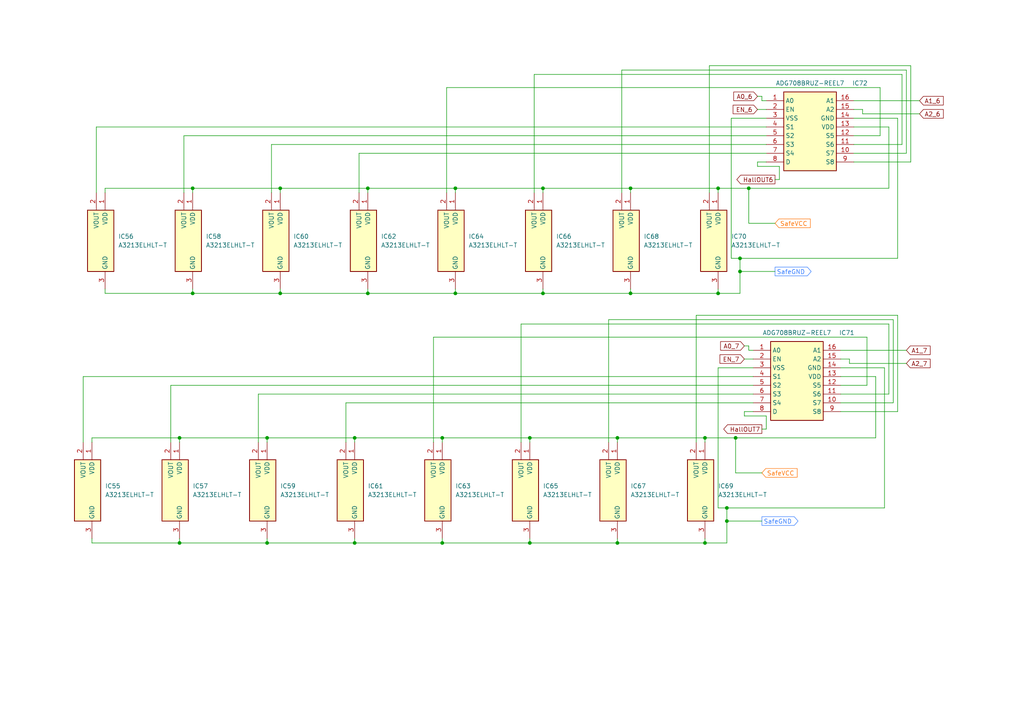
<source format=kicad_sch>
(kicad_sch (version 20250114) (generator "eeschema") (generator_version "9.0")
  (paper "A4")
  (title_block (title "ElectroChessboard") (company "Wojciech B") (comment 1 "Electronic chessboard") (comment 2 "Elektroniczna szachownica"))
  (lib_symbols
    (symbol "SamacSys_Parts:A3213ELHLT-T"
      (property "Reference" "IC" (at 24.13 7.62 0))
      (property "Value" "A3213ELHLT-T" (at 24.13 5.08 0))
      (symbol "A3213ELHLT-T_1_1"
        (rectangle (start 5.08 2.54) (end 22.86 -5.08) (stroke (width 0.254)) (fill (type background)))
        (pin passive line (at 0 0 0) (length 5.08) (name "VDD") (number "1"))
        (pin passive line (at 0 -2.54 0) (length 5.08) (name "VOUT") (number "2"))
        (pin passive line (at 27.94 0 180) (length 5.08) (name "GND") (number "3"))
      )
    )
    (symbol "SamacSys_Parts:ADG708BRUZ-REEL7"
      (property "Reference" "IC" (at 21.59 7.62 0))
      (property "Value" "ADG708BRUZ-REEL7" (at 21.59 5.08 0))
      (symbol "ADG708BRUZ-REEL7_1_1"
        (rectangle (start 5.08 2.54) (end 20.32 -20.32) (stroke (width 0.254)) (fill (type background)))
        (pin passive line (at 0 0 0) (length 5.08) (name "A0") (number "1"))
        (pin passive line (at 0 -2.54 0) (length 5.08) (name "EN") (number "2"))
        (pin passive line (at 0 -5.08 0) (length 5.08) (name "VSS") (number "3"))
        (pin passive line (at 0 -7.62 0) (length 5.08) (name "S1") (number "4"))
        (pin passive line (at 0 -10.16 0) (length 5.08) (name "S2") (number "5"))
        (pin passive line (at 0 -12.7 0) (length 5.08) (name "S3") (number "6"))
        (pin passive line (at 0 -15.24 0) (length 5.08) (name "S4") (number "7"))
        (pin passive line (at 0 -17.78 0) (length 5.08) (name "D") (number "8"))
        (pin passive line (at 25.4 0 180) (length 5.08) (name "A1") (number "16"))
        (pin passive line (at 25.4 -2.54 180) (length 5.08) (name "A2") (number "15"))
        (pin passive line (at 25.4 -5.08 180) (length 5.08) (name "GND") (number "14"))
        (pin passive line (at 25.4 -7.62 180) (length 5.08) (name "VDD") (number "13"))
        (pin passive line (at 25.4 -10.16 180) (length 5.08) (name "S5") (number "12"))
        (pin passive line (at 25.4 -12.7 180) (length 5.08) (name "S6") (number "11"))
        (pin passive line (at 25.4 -15.24 180) (length 5.08) (name "S7") (number "10"))
        (pin passive line (at 25.4 -17.78 180) (length 5.08) (name "S8") (number "9"))
      )
    )
  )
  (junction (at 210.82 147.32))
  (junction (at 102.87 157.48))
  (junction (at 77.47 157.48))
  (junction (at 132.08 85.09))
  (junction (at 157.48 85.09))
  (junction (at 102.87 127))
  (junction (at 128.27 127))
  (junction (at 179.07 157.48))
  (junction (at 55.88 85.09))
  (junction (at 128.27 157.48))
  (junction (at 182.88 85.09))
  (junction (at 77.47 127))
  (junction (at 81.28 85.09))
  (junction (at 214.63 78.74))
  (junction (at 55.88 54.61))
  (junction (at 182.88 54.61))
  (junction (at 132.08 54.61))
  (junction (at 106.68 85.09))
  (junction (at 214.63 74.93))
  (junction (at 210.82 151.13))
  (junction (at 179.07 127))
  (junction (at 153.67 157.48))
  (junction (at 204.47 157.48))
  (junction (at 52.07 127))
  (junction (at 208.28 54.61))
  (junction (at 217.17 54.61))
  (junction (at 81.28 54.61))
  (junction (at 208.28 85.09))
  (junction (at 204.47 127))
  (junction (at 106.68 54.61))
  (junction (at 213.36 127))
  (junction (at 157.48 54.61))
  (junction (at 52.07 157.48))
  (junction (at 153.67 127))
  (wire (pts (xy 106.68 85.09) (xy 81.28 85.09)))
  (wire (pts (xy 176.53 92.71) (xy 176.53 128.27)))
  (wire (pts (xy 49.53 111.76) (xy 49.53 128.27)))
  (wire (pts (xy 247.65 31.75) (xy 250.19 31.75)))
  (wire (pts (xy 81.28 54.61) (xy 81.28 55.88)))
  (wire (pts (xy 217.17 64.77) (xy 217.17 54.61)))
  (wire (pts (xy 205.74 55.88) (xy 205.74 19.05)))
  (wire (pts (xy 208.28 54.61) (xy 182.88 54.61)))
  (wire (pts (xy 222.25 120.65) (xy 215.9 120.65)))
  (wire (pts (xy 55.88 54.61) (xy 30.48 54.61)))
  (wire (pts (xy 157.48 54.61) (xy 157.48 55.88)))
  (wire (pts (xy 222.25 44.45) (xy 104.14 44.45)))
  (wire (pts (xy 247.65 36.83) (xy 257.81 36.83)))
  (wire (pts (xy 243.84 101.6) (xy 262.89 101.6)))
  (wire (pts (xy 212.09 74.93) (xy 214.63 74.93)))
  (wire (pts (xy 81.28 83.82) (xy 81.28 85.09)))
  (wire (pts (xy 24.13 109.22) (xy 24.13 128.27)))
  (wire (pts (xy 154.94 21.59) (xy 154.94 55.88)))
  (wire (pts (xy 77.47 127) (xy 52.07 127)))
  (wire (pts (xy 77.47 156.21) (xy 77.47 157.48)))
  (wire (pts (xy 132.08 54.61) (xy 106.68 54.61)))
  (wire (pts (xy 74.93 114.3) (xy 74.93 128.27)))
  (wire (pts (xy 215.9 104.14) (xy 218.44 104.14)))
  (wire (pts (xy 53.34 39.37) (xy 53.34 55.88)))
  (wire (pts (xy 247.65 44.45) (xy 262.89 44.45)))
  (wire (pts (xy 219.71 48.26) (xy 219.71 46.99)))
  (wire (pts (xy 102.87 127) (xy 77.47 127)))
  (wire (pts (xy 243.84 111.76) (xy 251.46 111.76)))
  (wire (pts (xy 259.08 116.84) (xy 259.08 92.71)))
  (wire (pts (xy 218.44 111.76) (xy 49.53 111.76)))
  (wire (pts (xy 247.65 39.37) (xy 255.27 39.37)))
  (wire (pts (xy 219.71 31.75) (xy 222.25 31.75)))
  (wire (pts (xy 213.36 137.16) (xy 220.98 137.16)))
  (wire (pts (xy 129.54 25.4) (xy 129.54 55.88)))
  (wire (pts (xy 77.47 157.48) (xy 52.07 157.48)))
  (wire (pts (xy 220.98 29.21) (xy 222.25 29.21)))
  (wire (pts (xy 264.16 46.99) (xy 247.65 46.99)))
  (wire (pts (xy 201.93 128.27) (xy 201.93 91.44)))
  (wire (pts (xy 179.07 156.21) (xy 179.07 157.48)))
  (wire (pts (xy 218.44 114.3) (xy 74.93 114.3)))
  (wire (pts (xy 255.27 39.37) (xy 255.27 25.4)))
  (wire (pts (xy 153.67 127) (xy 128.27 127)))
  (wire (pts (xy 132.08 54.61) (xy 132.08 55.88)))
  (wire (pts (xy 257.81 93.98) (xy 151.13 93.98)))
  (wire (pts (xy 81.28 54.61) (xy 55.88 54.61)))
  (wire (pts (xy 102.87 156.21) (xy 102.87 157.48)))
  (wire (pts (xy 182.88 83.82) (xy 182.88 85.09)))
  (wire (pts (xy 255.27 25.4) (xy 129.54 25.4)))
  (wire (pts (xy 261.62 21.59) (xy 154.94 21.59)))
  (wire (pts (xy 179.07 157.48) (xy 153.67 157.48)))
  (wire (pts (xy 201.93 91.44) (xy 260.35 91.44)))
  (wire (pts (xy 261.62 41.91) (xy 261.62 21.59)))
  (wire (pts (xy 262.89 44.45) (xy 262.89 20.32)))
  (wire (pts (xy 217.17 54.61) (xy 208.28 54.61)))
  (wire (pts (xy 102.87 157.48) (xy 77.47 157.48)))
  (wire (pts (xy 254 109.22) (xy 254 127)))
  (wire (pts (xy 222.25 124.46) (xy 222.25 120.65)))
  (wire (pts (xy 30.48 85.09) (xy 30.48 83.82)))
  (wire (pts (xy 52.07 156.21) (xy 52.07 157.48)))
  (wire (pts (xy 246.38 105.41) (xy 262.89 105.41)))
  (wire (pts (xy 220.98 151.13) (xy 210.82 151.13)))
  (wire (pts (xy 260.35 34.29) (xy 247.65 34.29)))
  (wire (pts (xy 106.68 83.82) (xy 106.68 85.09)))
  (wire (pts (xy 246.38 104.14) (xy 246.38 105.41)))
  (wire (pts (xy 226.06 52.07) (xy 226.06 48.26)))
  (wire (pts (xy 27.94 36.83) (xy 27.94 55.88)))
  (wire (pts (xy 218.44 106.68) (xy 208.28 106.68)))
  (wire (pts (xy 77.47 127) (xy 77.47 128.27)))
  (wire (pts (xy 243.84 114.3) (xy 257.81 114.3)))
  (wire (pts (xy 157.48 54.61) (xy 132.08 54.61)))
  (wire (pts (xy 214.63 85.09) (xy 208.28 85.09)))
  (wire (pts (xy 215.9 119.38) (xy 218.44 119.38)))
  (wire (pts (xy 215.9 100.33) (xy 217.17 100.33)))
  (wire (pts (xy 128.27 156.21) (xy 128.27 157.48)))
  (wire (pts (xy 153.67 157.48) (xy 128.27 157.48)))
  (wire (pts (xy 251.46 111.76) (xy 251.46 97.79)))
  (wire (pts (xy 208.28 147.32) (xy 210.82 147.32)))
  (wire (pts (xy 132.08 85.09) (xy 106.68 85.09)))
  (wire (pts (xy 217.17 100.33) (xy 217.17 101.6)))
  (wire (pts (xy 243.84 109.22) (xy 254 109.22)))
  (wire (pts (xy 250.19 31.75) (xy 250.19 33.02)))
  (wire (pts (xy 179.07 127) (xy 179.07 128.27)))
  (wire (pts (xy 224.79 52.07) (xy 226.06 52.07)))
  (wire (pts (xy 208.28 106.68) (xy 208.28 147.32)))
  (wire (pts (xy 100.33 116.84) (xy 100.33 128.27)))
  (wire (pts (xy 210.82 151.13) (xy 210.82 157.48)))
  (wire (pts (xy 26.67 157.48) (xy 26.67 156.21)))
  (wire (pts (xy 214.63 78.74) (xy 214.63 85.09)))
  (wire (pts (xy 204.47 156.21) (xy 204.47 157.48)))
  (wire (pts (xy 52.07 157.48) (xy 26.67 157.48)))
  (wire (pts (xy 222.25 34.29) (xy 212.09 34.29)))
  (wire (pts (xy 182.88 85.09) (xy 157.48 85.09)))
  (wire (pts (xy 78.74 41.91) (xy 78.74 55.88)))
  (wire (pts (xy 220.98 124.46) (xy 222.25 124.46)))
  (wire (pts (xy 26.67 127) (xy 26.67 128.27)))
  (wire (pts (xy 208.28 85.09) (xy 182.88 85.09)))
  (wire (pts (xy 52.07 127) (xy 52.07 128.27)))
  (wire (pts (xy 212.09 34.29) (xy 212.09 74.93)))
  (wire (pts (xy 179.07 127) (xy 153.67 127)))
  (wire (pts (xy 213.36 127) (xy 204.47 127)))
  (wire (pts (xy 218.44 116.84) (xy 100.33 116.84)))
  (wire (pts (xy 157.48 83.82) (xy 157.48 85.09)))
  (wire (pts (xy 55.88 54.61) (xy 55.88 55.88)))
  (wire (pts (xy 128.27 127) (xy 128.27 128.27)))
  (wire (pts (xy 104.14 44.45) (xy 104.14 55.88)))
  (wire (pts (xy 219.71 27.94) (xy 220.98 27.94)))
  (wire (pts (xy 210.82 157.48) (xy 204.47 157.48)))
  (wire (pts (xy 220.98 27.94) (xy 220.98 29.21)))
  (wire (pts (xy 243.84 104.14) (xy 246.38 104.14)))
  (wire (pts (xy 204.47 127) (xy 204.47 128.27)))
  (wire (pts (xy 257.81 54.61) (xy 217.17 54.61)))
  (wire (pts (xy 55.88 83.82) (xy 55.88 85.09)))
  (wire (pts (xy 264.16 19.05) (xy 264.16 46.99)))
  (wire (pts (xy 219.71 46.99) (xy 222.25 46.99)))
  (wire (pts (xy 250.19 33.02) (xy 266.7 33.02)))
  (wire (pts (xy 260.35 119.38) (xy 243.84 119.38)))
  (wire (pts (xy 30.48 54.61) (xy 30.48 55.88)))
  (wire (pts (xy 224.79 78.74) (xy 214.63 78.74)))
  (wire (pts (xy 153.67 127) (xy 153.67 128.27)))
  (wire (pts (xy 260.35 91.44) (xy 260.35 119.38)))
  (wire (pts (xy 157.48 85.09) (xy 132.08 85.09)))
  (wire (pts (xy 217.17 101.6) (xy 218.44 101.6)))
  (wire (pts (xy 125.73 97.79) (xy 125.73 128.27)))
  (wire (pts (xy 247.65 29.21) (xy 266.7 29.21)))
  (wire (pts (xy 218.44 109.22) (xy 24.13 109.22)))
  (wire (pts (xy 214.63 78.74) (xy 214.63 74.93)))
  (wire (pts (xy 182.88 54.61) (xy 182.88 55.88)))
  (wire (pts (xy 153.67 156.21) (xy 153.67 157.48)))
  (wire (pts (xy 222.25 39.37) (xy 53.34 39.37)))
  (wire (pts (xy 215.9 120.65) (xy 215.9 119.38)))
  (wire (pts (xy 243.84 116.84) (xy 259.08 116.84)))
  (wire (pts (xy 182.88 54.61) (xy 157.48 54.61)))
  (wire (pts (xy 222.25 36.83) (xy 27.94 36.83)))
  (wire (pts (xy 251.46 97.79) (xy 125.73 97.79)))
  (wire (pts (xy 217.17 64.77) (xy 224.79 64.77)))
  (wire (pts (xy 208.28 83.82) (xy 208.28 85.09)))
  (wire (pts (xy 106.68 54.61) (xy 81.28 54.61)))
  (wire (pts (xy 151.13 93.98) (xy 151.13 128.27)))
  (wire (pts (xy 210.82 147.32) (xy 256.54 147.32)))
  (wire (pts (xy 81.28 85.09) (xy 55.88 85.09)))
  (wire (pts (xy 55.88 85.09) (xy 30.48 85.09)))
  (wire (pts (xy 205.74 19.05) (xy 264.16 19.05)))
  (wire (pts (xy 106.68 54.61) (xy 106.68 55.88)))
  (wire (pts (xy 128.27 157.48) (xy 102.87 157.48)))
  (wire (pts (xy 257.81 36.83) (xy 257.81 54.61)))
  (wire (pts (xy 259.08 92.71) (xy 176.53 92.71)))
  (wire (pts (xy 128.27 127) (xy 102.87 127)))
  (wire (pts (xy 204.47 127) (xy 179.07 127)))
  (wire (pts (xy 226.06 48.26) (xy 219.71 48.26)))
  (wire (pts (xy 210.82 151.13) (xy 210.82 147.32)))
  (wire (pts (xy 262.89 20.32) (xy 180.34 20.32)))
  (wire (pts (xy 208.28 54.61) (xy 208.28 55.88)))
  (wire (pts (xy 180.34 20.32) (xy 180.34 55.88)))
  (wire (pts (xy 132.08 83.82) (xy 132.08 85.09)))
  (wire (pts (xy 222.25 41.91) (xy 78.74 41.91)))
  (wire (pts (xy 213.36 137.16) (xy 213.36 127)))
  (wire (pts (xy 257.81 114.3) (xy 257.81 93.98)))
  (wire (pts (xy 247.65 41.91) (xy 261.62 41.91)))
  (wire (pts (xy 256.54 147.32) (xy 256.54 106.68)))
  (wire (pts (xy 260.35 74.93) (xy 260.35 34.29)))
  (wire (pts (xy 256.54 106.68) (xy 243.84 106.68)))
  (wire (pts (xy 254 127) (xy 213.36 127)))
  (wire (pts (xy 102.87 127) (xy 102.87 128.27)))
  (wire (pts (xy 52.07 127) (xy 26.67 127)))
  (wire (pts (xy 214.63 74.93) (xy 260.35 74.93)))
  (wire (pts (xy 204.47 157.48) (xy 179.07 157.48)))
  (global_label "A0_6" (shape input) (at 219.71 27.94 180) (property "Intersheetrefs" "${INTERSHEET_REFS}" (effects (hide yes))))
  (global_label "A2_7" (shape input) (at 262.89 105.41 0) (property "Intersheetrefs" "${INTERSHEET_REFS}" (effects (hide yes))))
  (global_label "HallOUT6" (shape output) (at 224.79 52.07 180) (property "Intersheetrefs" "${INTERSHEET_REFS}" (effects (hide yes))))
  (global_label "A1_6" (shape input) (at 266.7 29.21 0) (property "Intersheetrefs" "${INTERSHEET_REFS}" (effects (hide yes))))
  (global_label "EN_6" (shape input) (at 219.71 31.75 180) (property "Intersheetrefs" "${INTERSHEET_REFS}" (effects (hide yes))))
  (global_label "A1_7" (shape input) (at 262.89 101.6 0) (property "Intersheetrefs" "${INTERSHEET_REFS}" (effects (hide yes))))
  (global_label "EN_7" (shape input) (at 215.9 104.14 180) (property "Intersheetrefs" "${INTERSHEET_REFS}" (effects (hide yes))))
  (global_label "SafeVCC" (shape input) (at 220.98 137.16 0) (property "Intersheetrefs" "${INTERSHEET_REFS}" (effects (hide yes))))
  (global_label "HallOUT7" (shape output) (at 220.98 124.46 180) (property "Intersheetrefs" "${INTERSHEET_REFS}" (effects (hide yes))))
  (global_label "A2_6" (shape input) (at 266.7 33.02 0) (property "Intersheetrefs" "${INTERSHEET_REFS}" (effects (hide yes))))
  (global_label "SafeGND" (shape output) (at 220.98 151.13 0) (property "Intersheetrefs" "${INTERSHEET_REFS}" (effects (hide yes))))
  (global_label "SafeGND" (shape output) (at 224.79 78.74 0) (property "Intersheetrefs" "${INTERSHEET_REFS}" (effects (hide yes))))
  (global_label "SafeVCC" (shape input) (at 224.79 64.77 0) (property "Intersheetrefs" "${INTERSHEET_REFS}" (effects (hide yes))))
  (global_label "A0_7" (shape input) (at 215.9 100.33 180) (property "Intersheetrefs" "${INTERSHEET_REFS}" (effects (hide yes))))
  (symbol (lib_id "SamacSys_Parts:A3213ELHLT-T") (at 52.07 128.27 270) (unit 1)
    (property "Reference" "IC57" (at 55.88 140.9699 90) (effects (justify left)))
    (property "Value" "A3213ELHLT-T" (at 55.88 143.5099 90) (effects (justify left)))
    (property "Footprint" "A3213ELHLTT" (effects (hide yes)))
    (property "Datasheet" "https://www.allegromicro.com/~/media/files/datasheets/a3213-4-datasheet.pdf" (effects (hide yes)))
    (property "Description" "Micropower, Ultrasensitive Hall-Effect Switch" (effects (hide yes)))
    (property "Height" "1.13" (effects (hide yes)))
    (property "Mouser Part Number" "250-A3213ELHLT-T" (effects (hide yes)))
    (property "Mouser Price/Stock" "https://www.mouser.co.uk/ProductDetail/Allegro-MicroSystems/A3213ELHLT-T?qs=pUKx8fyJudDpXdX1yceLUw%3D%3D" (effects (hide yes)))
    (property "Manufacturer_Name" "Allegro Microsystems" (effects (hide yes)))
    (property "Manufacturer_Part_Number" "A3213ELHLT-T" (effects (hide yes)))
  )
  (symbol (lib_id "SamacSys_Parts:A3213ELHLT-T") (at 157.48 55.88 270) (unit 1)
    (property "Reference" "IC66" (at 161.29 68.5799 90) (effects (justify left)))
    (property "Value" "A3213ELHLT-T" (at 161.29 71.1199 90) (effects (justify left)))
    (property "Footprint" "A3213ELHLTT" (effects (hide yes)))
    (property "Datasheet" "https://www.allegromicro.com/~/media/files/datasheets/a3213-4-datasheet.pdf" (effects (hide yes)))
    (property "Description" "Micropower, Ultrasensitive Hall-Effect Switch" (effects (hide yes)))
    (property "Height" "1.13" (effects (hide yes)))
    (property "Mouser Part Number" "250-A3213ELHLT-T" (effects (hide yes)))
    (property "Mouser Price/Stock" "https://www.mouser.co.uk/ProductDetail/Allegro-MicroSystems/A3213ELHLT-T?qs=pUKx8fyJudDpXdX1yceLUw%3D%3D" (effects (hide yes)))
    (property "Manufacturer_Name" "Allegro Microsystems" (effects (hide yes)))
    (property "Manufacturer_Part_Number" "A3213ELHLT-T" (effects (hide yes)))
  )
  (symbol (lib_id "SamacSys_Parts:A3213ELHLT-T") (at 153.67 128.27 270) (unit 1)
    (property "Reference" "IC65" (at 157.48 140.9699 90) (effects (justify left)))
    (property "Value" "A3213ELHLT-T" (at 157.48 143.5099 90) (effects (justify left)))
    (property "Footprint" "A3213ELHLTT" (effects (hide yes)))
    (property "Datasheet" "https://www.allegromicro.com/~/media/files/datasheets/a3213-4-datasheet.pdf" (effects (hide yes)))
    (property "Description" "Micropower, Ultrasensitive Hall-Effect Switch" (effects (hide yes)))
    (property "Height" "1.13" (effects (hide yes)))
    (property "Mouser Part Number" "250-A3213ELHLT-T" (effects (hide yes)))
    (property "Mouser Price/Stock" "https://www.mouser.co.uk/ProductDetail/Allegro-MicroSystems/A3213ELHLT-T?qs=pUKx8fyJudDpXdX1yceLUw%3D%3D" (effects (hide yes)))
    (property "Manufacturer_Name" "Allegro Microsystems" (effects (hide yes)))
    (property "Manufacturer_Part_Number" "A3213ELHLT-T" (effects (hide yes)))
  )
  (symbol (lib_id "SamacSys_Parts:A3213ELHLT-T") (at 179.07 128.27 270) (unit 1)
    (property "Reference" "IC67" (at 182.88 140.9699 90) (effects (justify left)))
    (property "Value" "A3213ELHLT-T" (at 182.88 143.5099 90) (effects (justify left)))
    (property "Footprint" "A3213ELHLTT" (effects (hide yes)))
    (property "Datasheet" "https://www.allegromicro.com/~/media/files/datasheets/a3213-4-datasheet.pdf" (effects (hide yes)))
    (property "Description" "Micropower, Ultrasensitive Hall-Effect Switch" (effects (hide yes)))
    (property "Height" "1.13" (effects (hide yes)))
    (property "Mouser Part Number" "250-A3213ELHLT-T" (effects (hide yes)))
    (property "Mouser Price/Stock" "https://www.mouser.co.uk/ProductDetail/Allegro-MicroSystems/A3213ELHLT-T?qs=pUKx8fyJudDpXdX1yceLUw%3D%3D" (effects (hide yes)))
    (property "Manufacturer_Name" "Allegro Microsystems" (effects (hide yes)))
    (property "Manufacturer_Part_Number" "A3213ELHLT-T" (effects (hide yes)))
  )
  (symbol (lib_id "SamacSys_Parts:A3213ELHLT-T") (at 208.28 55.88 270) (unit 1)
    (property "Reference" "IC70" (at 212.09 68.5799 90) (effects (justify left)))
    (property "Value" "A3213ELHLT-T" (at 212.09 71.1199 90) (effects (justify left)))
    (property "Footprint" "A3213ELHLTT" (effects (hide yes)))
    (property "Datasheet" "https://www.allegromicro.com/~/media/files/datasheets/a3213-4-datasheet.pdf" (effects (hide yes)))
    (property "Description" "Micropower, Ultrasensitive Hall-Effect Switch" (effects (hide yes)))
    (property "Height" "1.13" (effects (hide yes)))
    (property "Mouser Part Number" "250-A3213ELHLT-T" (effects (hide yes)))
    (property "Mouser Price/Stock" "https://www.mouser.co.uk/ProductDetail/Allegro-MicroSystems/A3213ELHLT-T?qs=pUKx8fyJudDpXdX1yceLUw%3D%3D" (effects (hide yes)))
    (property "Manufacturer_Name" "Allegro Microsystems" (effects (hide yes)))
    (property "Manufacturer_Part_Number" "A3213ELHLT-T" (effects (hide yes)))
  )
  (symbol (lib_id "SamacSys_Parts:ADG708BRUZ-REEL7") (at 218.44 101.6 0) (unit 1)
    (property "Reference" "IC71" (at 245.618 96.52 0))
    (property "Value" "ADG708BRUZ-REEL7" (at 231.14 96.52 0))
    (property "Footprint" "SOP65P640X120-16N" (effects (hide yes)))
    (property "Datasheet" "https://www.analog.com/media/en/technical-documentation/data-sheets/ADG708_709.pdf" (effects (hide yes)))
    (property "Description" "Analog Devices ADG708BRUZ-REEL7, Multiplexer Single 8 x 1, 5 V, 16-Pin TSSOP" (effects (hide yes)))
    (property "Height" "1.2" (effects (hide yes)))
    (property "Mouser Part Number" "584-ADG708BRUZ-R7" (effects (hide yes)))
    (property "Mouser Price/Stock" "https://www.mouser.co.uk/ProductDetail/Analog-Devices/ADG708BRUZ-REEL7?qs=BpaRKvA4VqFdn8CWC5yK2A%3D%3D" (effects (hide yes)))
    (property "Manufacturer_Name" "Analog Devices" (effects (hide yes)))
    (property "Manufacturer_Part_Number" "ADG708BRUZ-REEL7" (effects (hide yes)))
  )
  (symbol (lib_id "SamacSys_Parts:A3213ELHLT-T") (at 81.28 55.88 270) (unit 1)
    (property "Reference" "IC60" (at 85.09 68.5799 90) (effects (justify left)))
    (property "Value" "A3213ELHLT-T" (at 85.09 71.1199 90) (effects (justify left)))
    (property "Footprint" "A3213ELHLTT" (effects (hide yes)))
    (property "Datasheet" "https://www.allegromicro.com/~/media/files/datasheets/a3213-4-datasheet.pdf" (effects (hide yes)))
    (property "Description" "Micropower, Ultrasensitive Hall-Effect Switch" (effects (hide yes)))
    (property "Height" "1.13" (effects (hide yes)))
    (property "Mouser Part Number" "250-A3213ELHLT-T" (effects (hide yes)))
    (property "Mouser Price/Stock" "https://www.mouser.co.uk/ProductDetail/Allegro-MicroSystems/A3213ELHLT-T?qs=pUKx8fyJudDpXdX1yceLUw%3D%3D" (effects (hide yes)))
    (property "Manufacturer_Name" "Allegro Microsystems" (effects (hide yes)))
    (property "Manufacturer_Part_Number" "A3213ELHLT-T" (effects (hide yes)))
  )
  (symbol (lib_id "SamacSys_Parts:A3213ELHLT-T") (at 128.27 128.27 270) (unit 1)
    (property "Reference" "IC63" (at 132.08 140.9699 90) (effects (justify left)))
    (property "Value" "A3213ELHLT-T" (at 132.08 143.5099 90) (effects (justify left)))
    (property "Footprint" "A3213ELHLTT" (effects (hide yes)))
    (property "Datasheet" "https://www.allegromicro.com/~/media/files/datasheets/a3213-4-datasheet.pdf" (effects (hide yes)))
    (property "Description" "Micropower, Ultrasensitive Hall-Effect Switch" (effects (hide yes)))
    (property "Height" "1.13" (effects (hide yes)))
    (property "Mouser Part Number" "250-A3213ELHLT-T" (effects (hide yes)))
    (property "Mouser Price/Stock" "https://www.mouser.co.uk/ProductDetail/Allegro-MicroSystems/A3213ELHLT-T?qs=pUKx8fyJudDpXdX1yceLUw%3D%3D" (effects (hide yes)))
    (property "Manufacturer_Name" "Allegro Microsystems" (effects (hide yes)))
    (property "Manufacturer_Part_Number" "A3213ELHLT-T" (effects (hide yes)))
  )
  (symbol (lib_id "SamacSys_Parts:A3213ELHLT-T") (at 55.88 55.88 270) (unit 1)
    (property "Reference" "IC58" (at 59.69 68.5799 90) (effects (justify left)))
    (property "Value" "A3213ELHLT-T" (at 59.69 71.1199 90) (effects (justify left)))
    (property "Footprint" "A3213ELHLTT" (effects (hide yes)))
    (property "Datasheet" "https://www.allegromicro.com/~/media/files/datasheets/a3213-4-datasheet.pdf" (effects (hide yes)))
    (property "Description" "Micropower, Ultrasensitive Hall-Effect Switch" (effects (hide yes)))
    (property "Height" "1.13" (effects (hide yes)))
    (property "Mouser Part Number" "250-A3213ELHLT-T" (effects (hide yes)))
    (property "Mouser Price/Stock" "https://www.mouser.co.uk/ProductDetail/Allegro-MicroSystems/A3213ELHLT-T?qs=pUKx8fyJudDpXdX1yceLUw%3D%3D" (effects (hide yes)))
    (property "Manufacturer_Name" "Allegro Microsystems" (effects (hide yes)))
    (property "Manufacturer_Part_Number" "A3213ELHLT-T" (effects (hide yes)))
  )
  (symbol (lib_id "SamacSys_Parts:A3213ELHLT-T") (at 77.47 128.27 270) (unit 1)
    (property "Reference" "IC59" (at 81.28 140.9699 90) (effects (justify left)))
    (property "Value" "A3213ELHLT-T" (at 81.28 143.5099 90) (effects (justify left)))
    (property "Footprint" "A3213ELHLTT" (effects (hide yes)))
    (property "Datasheet" "https://www.allegromicro.com/~/media/files/datasheets/a3213-4-datasheet.pdf" (effects (hide yes)))
    (property "Description" "Micropower, Ultrasensitive Hall-Effect Switch" (effects (hide yes)))
    (property "Height" "1.13" (effects (hide yes)))
    (property "Mouser Part Number" "250-A3213ELHLT-T" (effects (hide yes)))
    (property "Mouser Price/Stock" "https://www.mouser.co.uk/ProductDetail/Allegro-MicroSystems/A3213ELHLT-T?qs=pUKx8fyJudDpXdX1yceLUw%3D%3D" (effects (hide yes)))
    (property "Manufacturer_Name" "Allegro Microsystems" (effects (hide yes)))
    (property "Manufacturer_Part_Number" "A3213ELHLT-T" (effects (hide yes)))
  )
  (symbol (lib_id "SamacSys_Parts:A3213ELHLT-T") (at 182.88 55.88 270) (unit 1)
    (property "Reference" "IC68" (at 186.69 68.5799 90) (effects (justify left)))
    (property "Value" "A3213ELHLT-T" (at 186.69 71.1199 90) (effects (justify left)))
    (property "Footprint" "A3213ELHLTT" (effects (hide yes)))
    (property "Datasheet" "https://www.allegromicro.com/~/media/files/datasheets/a3213-4-datasheet.pdf" (effects (hide yes)))
    (property "Description" "Micropower, Ultrasensitive Hall-Effect Switch" (effects (hide yes)))
    (property "Height" "1.13" (effects (hide yes)))
    (property "Mouser Part Number" "250-A3213ELHLT-T" (effects (hide yes)))
    (property "Mouser Price/Stock" "https://www.mouser.co.uk/ProductDetail/Allegro-MicroSystems/A3213ELHLT-T?qs=pUKx8fyJudDpXdX1yceLUw%3D%3D" (effects (hide yes)))
    (property "Manufacturer_Name" "Allegro Microsystems" (effects (hide yes)))
    (property "Manufacturer_Part_Number" "A3213ELHLT-T" (effects (hide yes)))
  )
  (symbol (lib_id "SamacSys_Parts:A3213ELHLT-T") (at 132.08 55.88 270) (unit 1)
    (property "Reference" "IC64" (at 135.89 68.5799 90) (effects (justify left)))
    (property "Value" "A3213ELHLT-T" (at 135.89 71.1199 90) (effects (justify left)))
    (property "Footprint" "A3213ELHLTT" (effects (hide yes)))
    (property "Datasheet" "https://www.allegromicro.com/~/media/files/datasheets/a3213-4-datasheet.pdf" (effects (hide yes)))
    (property "Description" "Micropower, Ultrasensitive Hall-Effect Switch" (effects (hide yes)))
    (property "Height" "1.13" (effects (hide yes)))
    (property "Mouser Part Number" "250-A3213ELHLT-T" (effects (hide yes)))
    (property "Mouser Price/Stock" "https://www.mouser.co.uk/ProductDetail/Allegro-MicroSystems/A3213ELHLT-T?qs=pUKx8fyJudDpXdX1yceLUw%3D%3D" (effects (hide yes)))
    (property "Manufacturer_Name" "Allegro Microsystems" (effects (hide yes)))
    (property "Manufacturer_Part_Number" "A3213ELHLT-T" (effects (hide yes)))
  )
  (symbol (lib_id "SamacSys_Parts:A3213ELHLT-T") (at 26.67 128.27 270) (unit 1)
    (property "Reference" "IC55" (at 30.48 140.9699 90) (effects (justify left)))
    (property "Value" "A3213ELHLT-T" (at 30.48 143.5099 90) (effects (justify left)))
    (property "Footprint" "A3213ELHLTT" (effects (hide yes)))
    (property "Datasheet" "https://www.allegromicro.com/~/media/files/datasheets/a3213-4-datasheet.pdf" (effects (hide yes)))
    (property "Description" "Micropower, Ultrasensitive Hall-Effect Switch" (effects (hide yes)))
    (property "Height" "1.13" (effects (hide yes)))
    (property "Mouser Part Number" "250-A3213ELHLT-T" (effects (hide yes)))
    (property "Mouser Price/Stock" "https://www.mouser.co.uk/ProductDetail/Allegro-MicroSystems/A3213ELHLT-T?qs=pUKx8fyJudDpXdX1yceLUw%3D%3D" (effects (hide yes)))
    (property "Manufacturer_Name" "Allegro Microsystems" (effects (hide yes)))
    (property "Manufacturer_Part_Number" "A3213ELHLT-T" (effects (hide yes)))
  )
  (symbol (lib_id "SamacSys_Parts:A3213ELHLT-T") (at 106.68 55.88 270) (unit 1)
    (property "Reference" "IC62" (at 110.49 68.5799 90) (effects (justify left)))
    (property "Value" "A3213ELHLT-T" (at 110.49 71.1199 90) (effects (justify left)))
    (property "Footprint" "A3213ELHLTT" (effects (hide yes)))
    (property "Datasheet" "https://www.allegromicro.com/~/media/files/datasheets/a3213-4-datasheet.pdf" (effects (hide yes)))
    (property "Description" "Micropower, Ultrasensitive Hall-Effect Switch" (effects (hide yes)))
    (property "Height" "1.13" (effects (hide yes)))
    (property "Mouser Part Number" "250-A3213ELHLT-T" (effects (hide yes)))
    (property "Mouser Price/Stock" "https://www.mouser.co.uk/ProductDetail/Allegro-MicroSystems/A3213ELHLT-T?qs=pUKx8fyJudDpXdX1yceLUw%3D%3D" (effects (hide yes)))
    (property "Manufacturer_Name" "Allegro Microsystems" (effects (hide yes)))
    (property "Manufacturer_Part_Number" "A3213ELHLT-T" (effects (hide yes)))
  )
  (symbol (lib_id "SamacSys_Parts:A3213ELHLT-T") (at 204.47 128.27 270) (unit 1)
    (property "Reference" "IC69" (at 208.28 140.9699 90) (effects (justify left)))
    (property "Value" "A3213ELHLT-T" (at 208.28 143.5099 90) (effects (justify left)))
    (property "Footprint" "A3213ELHLTT" (effects (hide yes)))
    (property "Datasheet" "https://www.allegromicro.com/~/media/files/datasheets/a3213-4-datasheet.pdf" (effects (hide yes)))
    (property "Description" "Micropower, Ultrasensitive Hall-Effect Switch" (effects (hide yes)))
    (property "Height" "1.13" (effects (hide yes)))
    (property "Mouser Part Number" "250-A3213ELHLT-T" (effects (hide yes)))
    (property "Mouser Price/Stock" "https://www.mouser.co.uk/ProductDetail/Allegro-MicroSystems/A3213ELHLT-T?qs=pUKx8fyJudDpXdX1yceLUw%3D%3D" (effects (hide yes)))
    (property "Manufacturer_Name" "Allegro Microsystems" (effects (hide yes)))
    (property "Manufacturer_Part_Number" "A3213ELHLT-T" (effects (hide yes)))
  )
  (symbol (lib_id "SamacSys_Parts:A3213ELHLT-T") (at 30.48 55.88 270) (unit 1)
    (property "Reference" "IC56" (at 34.29 68.5799 90) (effects (justify left)))
    (property "Value" "A3213ELHLT-T" (at 34.29 71.1199 90) (effects (justify left)))
    (property "Footprint" "A3213ELHLTT" (effects (hide yes)))
    (property "Datasheet" "https://www.allegromicro.com/~/media/files/datasheets/a3213-4-datasheet.pdf" (effects (hide yes)))
    (property "Description" "Micropower, Ultrasensitive Hall-Effect Switch" (effects (hide yes)))
    (property "Height" "1.13" (effects (hide yes)))
    (property "Mouser Part Number" "250-A3213ELHLT-T" (effects (hide yes)))
    (property "Mouser Price/Stock" "https://www.mouser.co.uk/ProductDetail/Allegro-MicroSystems/A3213ELHLT-T?qs=pUKx8fyJudDpXdX1yceLUw%3D%3D" (effects (hide yes)))
    (property "Manufacturer_Name" "Allegro Microsystems" (effects (hide yes)))
    (property "Manufacturer_Part_Number" "A3213ELHLT-T" (effects (hide yes)))
  )
  (symbol (lib_id "SamacSys_Parts:ADG708BRUZ-REEL7") (at 222.25 29.21 0) (unit 1)
    (property "Reference" "IC72" (at 249.428 24.13 0))
    (property "Value" "ADG708BRUZ-REEL7" (at 234.95 24.13 0))
    (property "Footprint" "SOP65P640X120-16N" (effects (hide yes)))
    (property "Datasheet" "https://www.analog.com/media/en/technical-documentation/data-sheets/ADG708_709.pdf" (effects (hide yes)))
    (property "Description" "Analog Devices ADG708BRUZ-REEL7, Multiplexer Single 8 x 1, 5 V, 16-Pin TSSOP" (effects (hide yes)))
    (property "Height" "1.2" (effects (hide yes)))
    (property "Mouser Part Number" "584-ADG708BRUZ-R7" (effects (hide yes)))
    (property "Mouser Price/Stock" "https://www.mouser.co.uk/ProductDetail/Analog-Devices/ADG708BRUZ-REEL7?qs=BpaRKvA4VqFdn8CWC5yK2A%3D%3D" (effects (hide yes)))
    (property "Manufacturer_Name" "Analog Devices" (effects (hide yes)))
    (property "Manufacturer_Part_Number" "ADG708BRUZ-REEL7" (effects (hide yes)))
  )
  (symbol (lib_id "SamacSys_Parts:A3213ELHLT-T") (at 102.87 128.27 270) (unit 1)
    (property "Reference" "IC61" (at 106.68 140.9699 90) (effects (justify left)))
    (property "Value" "A3213ELHLT-T" (at 106.68 143.5099 90) (effects (justify left)))
    (property "Footprint" "A3213ELHLTT" (effects (hide yes)))
    (property "Datasheet" "https://www.allegromicro.com/~/media/files/datasheets/a3213-4-datasheet.pdf" (effects (hide yes)))
    (property "Description" "Micropower, Ultrasensitive Hall-Effect Switch" (effects (hide yes)))
    (property "Height" "1.13" (effects (hide yes)))
    (property "Mouser Part Number" "250-A3213ELHLT-T" (effects (hide yes)))
    (property "Mouser Price/Stock" "https://www.mouser.co.uk/ProductDetail/Allegro-MicroSystems/A3213ELHLT-T?qs=pUKx8fyJudDpXdX1yceLUw%3D%3D" (effects (hide yes)))
    (property "Manufacturer_Name" "Allegro Microsystems" (effects (hide yes)))
    (property "Manufacturer_Part_Number" "A3213ELHLT-T" (effects (hide yes)))
  )
)
</source>
